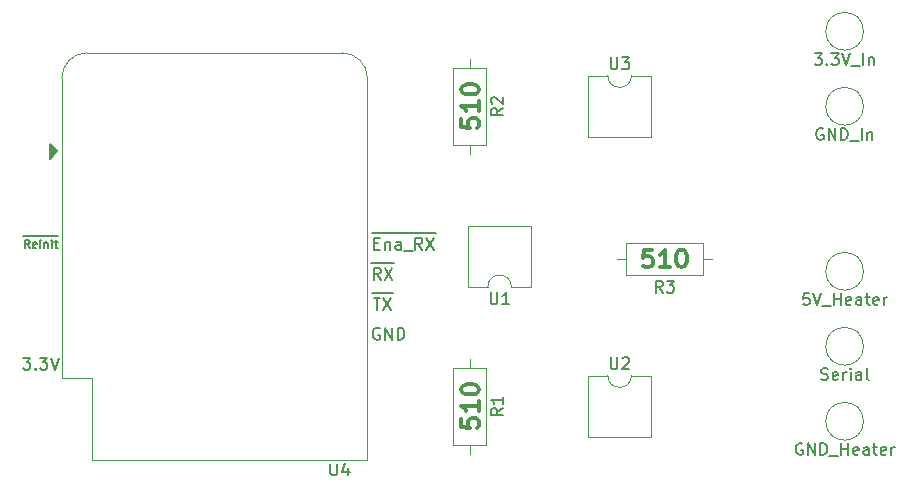
<source format=gbr>
%TF.GenerationSoftware,KiCad,Pcbnew,5.1.10*%
%TF.CreationDate,2021-08-14T17:16:22+02:00*%
%TF.ProjectId,PCB,5043422e-6b69-4636-9164-5f7063625858,1.0*%
%TF.SameCoordinates,Original*%
%TF.FileFunction,Legend,Top*%
%TF.FilePolarity,Positive*%
%FSLAX46Y46*%
G04 Gerber Fmt 4.6, Leading zero omitted, Abs format (unit mm)*
G04 Created by KiCad (PCBNEW 5.1.10) date 2021-08-14 17:16:22*
%MOMM*%
%LPD*%
G01*
G04 APERTURE LIST*
%ADD10C,0.300000*%
%ADD11C,0.175000*%
%ADD12C,0.200000*%
%ADD13C,0.120000*%
%ADD14C,0.150000*%
G04 APERTURE END LIST*
D10*
X99258571Y-103572571D02*
X98544285Y-103572571D01*
X98472857Y-104286857D01*
X98544285Y-104215428D01*
X98687142Y-104144000D01*
X99044285Y-104144000D01*
X99187142Y-104215428D01*
X99258571Y-104286857D01*
X99330000Y-104429714D01*
X99330000Y-104786857D01*
X99258571Y-104929714D01*
X99187142Y-105001142D01*
X99044285Y-105072571D01*
X98687142Y-105072571D01*
X98544285Y-105001142D01*
X98472857Y-104929714D01*
X100758571Y-105072571D02*
X99901428Y-105072571D01*
X100330000Y-105072571D02*
X100330000Y-103572571D01*
X100187142Y-103786857D01*
X100044285Y-103929714D01*
X99901428Y-104001142D01*
X101687142Y-103572571D02*
X101830000Y-103572571D01*
X101972857Y-103644000D01*
X102044285Y-103715428D01*
X102115714Y-103858285D01*
X102187142Y-104144000D01*
X102187142Y-104501142D01*
X102115714Y-104786857D01*
X102044285Y-104929714D01*
X101972857Y-105001142D01*
X101830000Y-105072571D01*
X101687142Y-105072571D01*
X101544285Y-105001142D01*
X101472857Y-104929714D01*
X101401428Y-104786857D01*
X101330000Y-104501142D01*
X101330000Y-104144000D01*
X101401428Y-103858285D01*
X101472857Y-103715428D01*
X101544285Y-103644000D01*
X101687142Y-103572571D01*
X83125571Y-117911428D02*
X83125571Y-118625714D01*
X83839857Y-118697142D01*
X83768428Y-118625714D01*
X83697000Y-118482857D01*
X83697000Y-118125714D01*
X83768428Y-117982857D01*
X83839857Y-117911428D01*
X83982714Y-117840000D01*
X84339857Y-117840000D01*
X84482714Y-117911428D01*
X84554142Y-117982857D01*
X84625571Y-118125714D01*
X84625571Y-118482857D01*
X84554142Y-118625714D01*
X84482714Y-118697142D01*
X84625571Y-116411428D02*
X84625571Y-117268571D01*
X84625571Y-116840000D02*
X83125571Y-116840000D01*
X83339857Y-116982857D01*
X83482714Y-117125714D01*
X83554142Y-117268571D01*
X83125571Y-115482857D02*
X83125571Y-115340000D01*
X83197000Y-115197142D01*
X83268428Y-115125714D01*
X83411285Y-115054285D01*
X83697000Y-114982857D01*
X84054142Y-114982857D01*
X84339857Y-115054285D01*
X84482714Y-115125714D01*
X84554142Y-115197142D01*
X84625571Y-115340000D01*
X84625571Y-115482857D01*
X84554142Y-115625714D01*
X84482714Y-115697142D01*
X84339857Y-115768571D01*
X84054142Y-115840000D01*
X83697000Y-115840000D01*
X83411285Y-115768571D01*
X83268428Y-115697142D01*
X83197000Y-115625714D01*
X83125571Y-115482857D01*
X83125571Y-92511428D02*
X83125571Y-93225714D01*
X83839857Y-93297142D01*
X83768428Y-93225714D01*
X83697000Y-93082857D01*
X83697000Y-92725714D01*
X83768428Y-92582857D01*
X83839857Y-92511428D01*
X83982714Y-92440000D01*
X84339857Y-92440000D01*
X84482714Y-92511428D01*
X84554142Y-92582857D01*
X84625571Y-92725714D01*
X84625571Y-93082857D01*
X84554142Y-93225714D01*
X84482714Y-93297142D01*
X84625571Y-91011428D02*
X84625571Y-91868571D01*
X84625571Y-91440000D02*
X83125571Y-91440000D01*
X83339857Y-91582857D01*
X83482714Y-91725714D01*
X83554142Y-91868571D01*
X83125571Y-90082857D02*
X83125571Y-89940000D01*
X83197000Y-89797142D01*
X83268428Y-89725714D01*
X83411285Y-89654285D01*
X83697000Y-89582857D01*
X84054142Y-89582857D01*
X84339857Y-89654285D01*
X84482714Y-89725714D01*
X84554142Y-89797142D01*
X84625571Y-89940000D01*
X84625571Y-90082857D01*
X84554142Y-90225714D01*
X84482714Y-90297142D01*
X84339857Y-90368571D01*
X84054142Y-90440000D01*
X83697000Y-90440000D01*
X83411285Y-90368571D01*
X83268428Y-90297142D01*
X83197000Y-90225714D01*
X83125571Y-90082857D01*
D11*
X45998000Y-102392500D02*
X46698000Y-102392500D01*
X46564666Y-103440666D02*
X46331333Y-103107333D01*
X46164666Y-103440666D02*
X46164666Y-102740666D01*
X46431333Y-102740666D01*
X46498000Y-102774000D01*
X46531333Y-102807333D01*
X46564666Y-102874000D01*
X46564666Y-102974000D01*
X46531333Y-103040666D01*
X46498000Y-103074000D01*
X46431333Y-103107333D01*
X46164666Y-103107333D01*
X46698000Y-102392500D02*
X47298000Y-102392500D01*
X47131333Y-103407333D02*
X47064666Y-103440666D01*
X46931333Y-103440666D01*
X46864666Y-103407333D01*
X46831333Y-103340666D01*
X46831333Y-103074000D01*
X46864666Y-103007333D01*
X46931333Y-102974000D01*
X47064666Y-102974000D01*
X47131333Y-103007333D01*
X47164666Y-103074000D01*
X47164666Y-103140666D01*
X46831333Y-103207333D01*
X47298000Y-102392500D02*
X47631333Y-102392500D01*
X47464666Y-103440666D02*
X47464666Y-102974000D01*
X47464666Y-102740666D02*
X47431333Y-102774000D01*
X47464666Y-102807333D01*
X47498000Y-102774000D01*
X47464666Y-102740666D01*
X47464666Y-102807333D01*
X47631333Y-102392500D02*
X48264666Y-102392500D01*
X47798000Y-102974000D02*
X47798000Y-103440666D01*
X47798000Y-103040666D02*
X47831333Y-103007333D01*
X47898000Y-102974000D01*
X47998000Y-102974000D01*
X48064666Y-103007333D01*
X48098000Y-103074000D01*
X48098000Y-103440666D01*
X48264666Y-102392500D02*
X48598000Y-102392500D01*
X48431333Y-103440666D02*
X48431333Y-102974000D01*
X48431333Y-102740666D02*
X48398000Y-102774000D01*
X48431333Y-102807333D01*
X48464666Y-102774000D01*
X48431333Y-102740666D01*
X48431333Y-102807333D01*
X48598000Y-102392500D02*
X48998000Y-102392500D01*
X48664666Y-102974000D02*
X48931333Y-102974000D01*
X48764666Y-102740666D02*
X48764666Y-103340666D01*
X48798000Y-103407333D01*
X48864666Y-103440666D01*
X48931333Y-103440666D01*
D12*
X75596857Y-107224000D02*
X76358761Y-107224000D01*
X75692095Y-107656380D02*
X76263523Y-107656380D01*
X75977809Y-108656380D02*
X75977809Y-107656380D01*
X76358761Y-107224000D02*
X77311142Y-107224000D01*
X76501619Y-107656380D02*
X77168285Y-108656380D01*
X77168285Y-107656380D02*
X76501619Y-108656380D01*
X75477809Y-104684000D02*
X76477809Y-104684000D01*
X76287333Y-106116380D02*
X75954000Y-105640190D01*
X75715904Y-106116380D02*
X75715904Y-105116380D01*
X76096857Y-105116380D01*
X76192095Y-105164000D01*
X76239714Y-105211619D01*
X76287333Y-105306857D01*
X76287333Y-105449714D01*
X76239714Y-105544952D01*
X76192095Y-105592571D01*
X76096857Y-105640190D01*
X75715904Y-105640190D01*
X76477809Y-104684000D02*
X77430190Y-104684000D01*
X76620666Y-105116380D02*
X77287333Y-106116380D01*
X77287333Y-105116380D02*
X76620666Y-106116380D01*
X75517714Y-102144000D02*
X76422476Y-102144000D01*
X75755809Y-103052571D02*
X76089142Y-103052571D01*
X76232000Y-103576380D02*
X75755809Y-103576380D01*
X75755809Y-102576380D01*
X76232000Y-102576380D01*
X76422476Y-102144000D02*
X77327238Y-102144000D01*
X76660571Y-102909714D02*
X76660571Y-103576380D01*
X76660571Y-103004952D02*
X76708190Y-102957333D01*
X76803428Y-102909714D01*
X76946285Y-102909714D01*
X77041523Y-102957333D01*
X77089142Y-103052571D01*
X77089142Y-103576380D01*
X77327238Y-102144000D02*
X78232000Y-102144000D01*
X77993904Y-103576380D02*
X77993904Y-103052571D01*
X77946285Y-102957333D01*
X77851047Y-102909714D01*
X77660571Y-102909714D01*
X77565333Y-102957333D01*
X77993904Y-103528761D02*
X77898666Y-103576380D01*
X77660571Y-103576380D01*
X77565333Y-103528761D01*
X77517714Y-103433523D01*
X77517714Y-103338285D01*
X77565333Y-103243047D01*
X77660571Y-103195428D01*
X77898666Y-103195428D01*
X77993904Y-103147809D01*
X78232000Y-102144000D02*
X78993904Y-102144000D01*
X78232000Y-103671619D02*
X78993904Y-103671619D01*
X78993904Y-102144000D02*
X79993904Y-102144000D01*
X79803428Y-103576380D02*
X79470095Y-103100190D01*
X79232000Y-103576380D02*
X79232000Y-102576380D01*
X79612952Y-102576380D01*
X79708190Y-102624000D01*
X79755809Y-102671619D01*
X79803428Y-102766857D01*
X79803428Y-102909714D01*
X79755809Y-103004952D01*
X79708190Y-103052571D01*
X79612952Y-103100190D01*
X79232000Y-103100190D01*
X79993904Y-102144000D02*
X80946285Y-102144000D01*
X80136761Y-102576380D02*
X80803428Y-103576380D01*
X80803428Y-102576380D02*
X80136761Y-103576380D01*
X76200095Y-110244000D02*
X76104857Y-110196380D01*
X75962000Y-110196380D01*
X75819142Y-110244000D01*
X75723904Y-110339238D01*
X75676285Y-110434476D01*
X75628666Y-110624952D01*
X75628666Y-110767809D01*
X75676285Y-110958285D01*
X75723904Y-111053523D01*
X75819142Y-111148761D01*
X75962000Y-111196380D01*
X76057238Y-111196380D01*
X76200095Y-111148761D01*
X76247714Y-111101142D01*
X76247714Y-110767809D01*
X76057238Y-110767809D01*
X76676285Y-111196380D02*
X76676285Y-110196380D01*
X77247714Y-111196380D01*
X77247714Y-110196380D01*
X77723904Y-111196380D02*
X77723904Y-110196380D01*
X77962000Y-110196380D01*
X78104857Y-110244000D01*
X78200095Y-110339238D01*
X78247714Y-110434476D01*
X78295333Y-110624952D01*
X78295333Y-110767809D01*
X78247714Y-110958285D01*
X78200095Y-111053523D01*
X78104857Y-111148761D01*
X77962000Y-111196380D01*
X77723904Y-111196380D01*
X46021809Y-112736380D02*
X46640857Y-112736380D01*
X46307523Y-113117333D01*
X46450380Y-113117333D01*
X46545619Y-113164952D01*
X46593238Y-113212571D01*
X46640857Y-113307809D01*
X46640857Y-113545904D01*
X46593238Y-113641142D01*
X46545619Y-113688761D01*
X46450380Y-113736380D01*
X46164666Y-113736380D01*
X46069428Y-113688761D01*
X46021809Y-113641142D01*
X47069428Y-113641142D02*
X47117047Y-113688761D01*
X47069428Y-113736380D01*
X47021809Y-113688761D01*
X47069428Y-113641142D01*
X47069428Y-113736380D01*
X47450380Y-112736380D02*
X48069428Y-112736380D01*
X47736095Y-113117333D01*
X47878952Y-113117333D01*
X47974190Y-113164952D01*
X48021809Y-113212571D01*
X48069428Y-113307809D01*
X48069428Y-113545904D01*
X48021809Y-113641142D01*
X47974190Y-113688761D01*
X47878952Y-113736380D01*
X47593238Y-113736380D01*
X47498000Y-113688761D01*
X47450380Y-113641142D01*
X48355142Y-112736380D02*
X48688476Y-113736380D01*
X49021809Y-112736380D01*
D13*
%TO.C,GND_In*%
X117170781Y-91440000D02*
G75*
G03*
X117170781Y-91440000I-1600781J0D01*
G01*
%TO.C,5V_Heater*%
X117170781Y-105410000D02*
G75*
G03*
X117170781Y-105410000I-1600781J0D01*
G01*
%TO.C,GND_Heater*%
X117170781Y-118110000D02*
G75*
G03*
X117170781Y-118110000I-1600781J0D01*
G01*
%TO.C,Serial*%
X117170781Y-111760000D02*
G75*
G03*
X117170781Y-111760000I-1600781J0D01*
G01*
%TO.C,3.3V_In*%
X117170781Y-85090000D02*
G75*
G03*
X117170781Y-85090000I-1600781J0D01*
G01*
%TO.C,U4*%
X51840000Y-121370000D02*
X75160000Y-121370000D01*
X49300000Y-114470000D02*
X49300000Y-89040000D01*
X75160000Y-121370000D02*
X75160000Y-89040000D01*
X73040000Y-86910000D02*
X51430000Y-86910000D01*
D14*
G36*
X48260000Y-94615000D02*
G01*
X48260000Y-95885000D01*
X48895000Y-95250000D01*
X48260000Y-94615000D01*
G37*
X48260000Y-94615000D02*
X48260000Y-95885000D01*
X48895000Y-95250000D01*
X48260000Y-94615000D01*
D13*
X49300000Y-114470000D02*
X51840000Y-114470000D01*
X51840000Y-114470000D02*
X51840000Y-121370000D01*
X73030000Y-86910000D02*
G75*
G02*
X75160000Y-89040000I0J-2130000D01*
G01*
X49300000Y-89040000D02*
G75*
G02*
X51430000Y-86910000I2130000J0D01*
G01*
%TO.C,U3*%
X95520000Y-88840000D02*
X93870000Y-88840000D01*
X93870000Y-88840000D02*
X93870000Y-94040000D01*
X93870000Y-94040000D02*
X99170000Y-94040000D01*
X99170000Y-94040000D02*
X99170000Y-88840000D01*
X99170000Y-88840000D02*
X97520000Y-88840000D01*
X97520000Y-88840000D02*
G75*
G02*
X95520000Y-88840000I-1000000J0D01*
G01*
%TO.C,U2*%
X95520000Y-114240000D02*
X93870000Y-114240000D01*
X93870000Y-114240000D02*
X93870000Y-119440000D01*
X93870000Y-119440000D02*
X99170000Y-119440000D01*
X99170000Y-119440000D02*
X99170000Y-114240000D01*
X99170000Y-114240000D02*
X97520000Y-114240000D01*
X97520000Y-114240000D02*
G75*
G02*
X95520000Y-114240000I-1000000J0D01*
G01*
%TO.C,U1*%
X87360000Y-106740000D02*
X89010000Y-106740000D01*
X89010000Y-106740000D02*
X89010000Y-101540000D01*
X89010000Y-101540000D02*
X83710000Y-101540000D01*
X83710000Y-101540000D02*
X83710000Y-106740000D01*
X83710000Y-106740000D02*
X85360000Y-106740000D01*
X85360000Y-106740000D02*
G75*
G02*
X87360000Y-106740000I1000000J0D01*
G01*
%TO.C,R3*%
X103600000Y-105764000D02*
X103600000Y-103024000D01*
X103600000Y-103024000D02*
X97060000Y-103024000D01*
X97060000Y-103024000D02*
X97060000Y-105764000D01*
X97060000Y-105764000D02*
X103600000Y-105764000D01*
X104370000Y-104394000D02*
X103600000Y-104394000D01*
X96290000Y-104394000D02*
X97060000Y-104394000D01*
%TO.C,R2*%
X85190000Y-88170000D02*
X82450000Y-88170000D01*
X82450000Y-88170000D02*
X82450000Y-94710000D01*
X82450000Y-94710000D02*
X85190000Y-94710000D01*
X85190000Y-94710000D02*
X85190000Y-88170000D01*
X83820000Y-87400000D02*
X83820000Y-88170000D01*
X83820000Y-95480000D02*
X83820000Y-94710000D01*
%TO.C,R1*%
X85190000Y-113570000D02*
X82450000Y-113570000D01*
X82450000Y-113570000D02*
X82450000Y-120110000D01*
X82450000Y-120110000D02*
X85190000Y-120110000D01*
X85190000Y-120110000D02*
X85190000Y-113570000D01*
X83820000Y-112800000D02*
X83820000Y-113570000D01*
X83820000Y-120880000D02*
X83820000Y-120110000D01*
%TO.C,GND_In*%
D14*
X113736666Y-93340000D02*
X113641428Y-93292380D01*
X113498571Y-93292380D01*
X113355714Y-93340000D01*
X113260476Y-93435238D01*
X113212857Y-93530476D01*
X113165238Y-93720952D01*
X113165238Y-93863809D01*
X113212857Y-94054285D01*
X113260476Y-94149523D01*
X113355714Y-94244761D01*
X113498571Y-94292380D01*
X113593809Y-94292380D01*
X113736666Y-94244761D01*
X113784285Y-94197142D01*
X113784285Y-93863809D01*
X113593809Y-93863809D01*
X114212857Y-94292380D02*
X114212857Y-93292380D01*
X114784285Y-94292380D01*
X114784285Y-93292380D01*
X115260476Y-94292380D02*
X115260476Y-93292380D01*
X115498571Y-93292380D01*
X115641428Y-93340000D01*
X115736666Y-93435238D01*
X115784285Y-93530476D01*
X115831904Y-93720952D01*
X115831904Y-93863809D01*
X115784285Y-94054285D01*
X115736666Y-94149523D01*
X115641428Y-94244761D01*
X115498571Y-94292380D01*
X115260476Y-94292380D01*
X116022380Y-94387619D02*
X116784285Y-94387619D01*
X117022380Y-94292380D02*
X117022380Y-93292380D01*
X117498571Y-93625714D02*
X117498571Y-94292380D01*
X117498571Y-93720952D02*
X117546190Y-93673333D01*
X117641428Y-93625714D01*
X117784285Y-93625714D01*
X117879523Y-93673333D01*
X117927142Y-93768571D01*
X117927142Y-94292380D01*
%TO.C,5V_Heater*%
X112570000Y-107262380D02*
X112093809Y-107262380D01*
X112046190Y-107738571D01*
X112093809Y-107690952D01*
X112189047Y-107643333D01*
X112427142Y-107643333D01*
X112522380Y-107690952D01*
X112570000Y-107738571D01*
X112617619Y-107833809D01*
X112617619Y-108071904D01*
X112570000Y-108167142D01*
X112522380Y-108214761D01*
X112427142Y-108262380D01*
X112189047Y-108262380D01*
X112093809Y-108214761D01*
X112046190Y-108167142D01*
X112903333Y-107262380D02*
X113236666Y-108262380D01*
X113570000Y-107262380D01*
X113665238Y-108357619D02*
X114427142Y-108357619D01*
X114665238Y-108262380D02*
X114665238Y-107262380D01*
X114665238Y-107738571D02*
X115236666Y-107738571D01*
X115236666Y-108262380D02*
X115236666Y-107262380D01*
X116093809Y-108214761D02*
X115998571Y-108262380D01*
X115808095Y-108262380D01*
X115712857Y-108214761D01*
X115665238Y-108119523D01*
X115665238Y-107738571D01*
X115712857Y-107643333D01*
X115808095Y-107595714D01*
X115998571Y-107595714D01*
X116093809Y-107643333D01*
X116141428Y-107738571D01*
X116141428Y-107833809D01*
X115665238Y-107929047D01*
X116998571Y-108262380D02*
X116998571Y-107738571D01*
X116950952Y-107643333D01*
X116855714Y-107595714D01*
X116665238Y-107595714D01*
X116570000Y-107643333D01*
X116998571Y-108214761D02*
X116903333Y-108262380D01*
X116665238Y-108262380D01*
X116570000Y-108214761D01*
X116522380Y-108119523D01*
X116522380Y-108024285D01*
X116570000Y-107929047D01*
X116665238Y-107881428D01*
X116903333Y-107881428D01*
X116998571Y-107833809D01*
X117331904Y-107595714D02*
X117712857Y-107595714D01*
X117474761Y-107262380D02*
X117474761Y-108119523D01*
X117522380Y-108214761D01*
X117617619Y-108262380D01*
X117712857Y-108262380D01*
X118427142Y-108214761D02*
X118331904Y-108262380D01*
X118141428Y-108262380D01*
X118046190Y-108214761D01*
X117998571Y-108119523D01*
X117998571Y-107738571D01*
X118046190Y-107643333D01*
X118141428Y-107595714D01*
X118331904Y-107595714D01*
X118427142Y-107643333D01*
X118474761Y-107738571D01*
X118474761Y-107833809D01*
X117998571Y-107929047D01*
X118903333Y-108262380D02*
X118903333Y-107595714D01*
X118903333Y-107786190D02*
X118950952Y-107690952D01*
X118998571Y-107643333D01*
X119093809Y-107595714D01*
X119189047Y-107595714D01*
%TO.C,GND_Heater*%
X111998571Y-120010000D02*
X111903333Y-119962380D01*
X111760476Y-119962380D01*
X111617619Y-120010000D01*
X111522380Y-120105238D01*
X111474761Y-120200476D01*
X111427142Y-120390952D01*
X111427142Y-120533809D01*
X111474761Y-120724285D01*
X111522380Y-120819523D01*
X111617619Y-120914761D01*
X111760476Y-120962380D01*
X111855714Y-120962380D01*
X111998571Y-120914761D01*
X112046190Y-120867142D01*
X112046190Y-120533809D01*
X111855714Y-120533809D01*
X112474761Y-120962380D02*
X112474761Y-119962380D01*
X113046190Y-120962380D01*
X113046190Y-119962380D01*
X113522380Y-120962380D02*
X113522380Y-119962380D01*
X113760476Y-119962380D01*
X113903333Y-120010000D01*
X113998571Y-120105238D01*
X114046190Y-120200476D01*
X114093809Y-120390952D01*
X114093809Y-120533809D01*
X114046190Y-120724285D01*
X113998571Y-120819523D01*
X113903333Y-120914761D01*
X113760476Y-120962380D01*
X113522380Y-120962380D01*
X114284285Y-121057619D02*
X115046190Y-121057619D01*
X115284285Y-120962380D02*
X115284285Y-119962380D01*
X115284285Y-120438571D02*
X115855714Y-120438571D01*
X115855714Y-120962380D02*
X115855714Y-119962380D01*
X116712857Y-120914761D02*
X116617619Y-120962380D01*
X116427142Y-120962380D01*
X116331904Y-120914761D01*
X116284285Y-120819523D01*
X116284285Y-120438571D01*
X116331904Y-120343333D01*
X116427142Y-120295714D01*
X116617619Y-120295714D01*
X116712857Y-120343333D01*
X116760476Y-120438571D01*
X116760476Y-120533809D01*
X116284285Y-120629047D01*
X117617619Y-120962380D02*
X117617619Y-120438571D01*
X117570000Y-120343333D01*
X117474761Y-120295714D01*
X117284285Y-120295714D01*
X117189047Y-120343333D01*
X117617619Y-120914761D02*
X117522380Y-120962380D01*
X117284285Y-120962380D01*
X117189047Y-120914761D01*
X117141428Y-120819523D01*
X117141428Y-120724285D01*
X117189047Y-120629047D01*
X117284285Y-120581428D01*
X117522380Y-120581428D01*
X117617619Y-120533809D01*
X117950952Y-120295714D02*
X118331904Y-120295714D01*
X118093809Y-119962380D02*
X118093809Y-120819523D01*
X118141428Y-120914761D01*
X118236666Y-120962380D01*
X118331904Y-120962380D01*
X119046190Y-120914761D02*
X118950952Y-120962380D01*
X118760476Y-120962380D01*
X118665238Y-120914761D01*
X118617619Y-120819523D01*
X118617619Y-120438571D01*
X118665238Y-120343333D01*
X118760476Y-120295714D01*
X118950952Y-120295714D01*
X119046190Y-120343333D01*
X119093809Y-120438571D01*
X119093809Y-120533809D01*
X118617619Y-120629047D01*
X119522380Y-120962380D02*
X119522380Y-120295714D01*
X119522380Y-120486190D02*
X119570000Y-120390952D01*
X119617619Y-120343333D01*
X119712857Y-120295714D01*
X119808095Y-120295714D01*
%TO.C,Serial*%
X113593809Y-114564761D02*
X113736666Y-114612380D01*
X113974761Y-114612380D01*
X114070000Y-114564761D01*
X114117619Y-114517142D01*
X114165238Y-114421904D01*
X114165238Y-114326666D01*
X114117619Y-114231428D01*
X114070000Y-114183809D01*
X113974761Y-114136190D01*
X113784285Y-114088571D01*
X113689047Y-114040952D01*
X113641428Y-113993333D01*
X113593809Y-113898095D01*
X113593809Y-113802857D01*
X113641428Y-113707619D01*
X113689047Y-113660000D01*
X113784285Y-113612380D01*
X114022380Y-113612380D01*
X114165238Y-113660000D01*
X114974761Y-114564761D02*
X114879523Y-114612380D01*
X114689047Y-114612380D01*
X114593809Y-114564761D01*
X114546190Y-114469523D01*
X114546190Y-114088571D01*
X114593809Y-113993333D01*
X114689047Y-113945714D01*
X114879523Y-113945714D01*
X114974761Y-113993333D01*
X115022380Y-114088571D01*
X115022380Y-114183809D01*
X114546190Y-114279047D01*
X115450952Y-114612380D02*
X115450952Y-113945714D01*
X115450952Y-114136190D02*
X115498571Y-114040952D01*
X115546190Y-113993333D01*
X115641428Y-113945714D01*
X115736666Y-113945714D01*
X116070000Y-114612380D02*
X116070000Y-113945714D01*
X116070000Y-113612380D02*
X116022380Y-113660000D01*
X116070000Y-113707619D01*
X116117619Y-113660000D01*
X116070000Y-113612380D01*
X116070000Y-113707619D01*
X116974761Y-114612380D02*
X116974761Y-114088571D01*
X116927142Y-113993333D01*
X116831904Y-113945714D01*
X116641428Y-113945714D01*
X116546190Y-113993333D01*
X116974761Y-114564761D02*
X116879523Y-114612380D01*
X116641428Y-114612380D01*
X116546190Y-114564761D01*
X116498571Y-114469523D01*
X116498571Y-114374285D01*
X116546190Y-114279047D01*
X116641428Y-114231428D01*
X116879523Y-114231428D01*
X116974761Y-114183809D01*
X117593809Y-114612380D02*
X117498571Y-114564761D01*
X117450952Y-114469523D01*
X117450952Y-113612380D01*
%TO.C,3.3V_In*%
X113022380Y-86942380D02*
X113641428Y-86942380D01*
X113308095Y-87323333D01*
X113450952Y-87323333D01*
X113546190Y-87370952D01*
X113593809Y-87418571D01*
X113641428Y-87513809D01*
X113641428Y-87751904D01*
X113593809Y-87847142D01*
X113546190Y-87894761D01*
X113450952Y-87942380D01*
X113165238Y-87942380D01*
X113070000Y-87894761D01*
X113022380Y-87847142D01*
X114070000Y-87847142D02*
X114117619Y-87894761D01*
X114070000Y-87942380D01*
X114022380Y-87894761D01*
X114070000Y-87847142D01*
X114070000Y-87942380D01*
X114450952Y-86942380D02*
X115070000Y-86942380D01*
X114736666Y-87323333D01*
X114879523Y-87323333D01*
X114974761Y-87370952D01*
X115022380Y-87418571D01*
X115070000Y-87513809D01*
X115070000Y-87751904D01*
X115022380Y-87847142D01*
X114974761Y-87894761D01*
X114879523Y-87942380D01*
X114593809Y-87942380D01*
X114498571Y-87894761D01*
X114450952Y-87847142D01*
X115355714Y-86942380D02*
X115689047Y-87942380D01*
X116022380Y-86942380D01*
X116117619Y-88037619D02*
X116879523Y-88037619D01*
X117117619Y-87942380D02*
X117117619Y-86942380D01*
X117593809Y-87275714D02*
X117593809Y-87942380D01*
X117593809Y-87370952D02*
X117641428Y-87323333D01*
X117736666Y-87275714D01*
X117879523Y-87275714D01*
X117974761Y-87323333D01*
X118022380Y-87418571D01*
X118022380Y-87942380D01*
%TO.C,U4*%
X72038095Y-121702380D02*
X72038095Y-122511904D01*
X72085714Y-122607142D01*
X72133333Y-122654761D01*
X72228571Y-122702380D01*
X72419047Y-122702380D01*
X72514285Y-122654761D01*
X72561904Y-122607142D01*
X72609523Y-122511904D01*
X72609523Y-121702380D01*
X73514285Y-122035714D02*
X73514285Y-122702380D01*
X73276190Y-121654761D02*
X73038095Y-122369047D01*
X73657142Y-122369047D01*
%TO.C,U3*%
X95758095Y-87292380D02*
X95758095Y-88101904D01*
X95805714Y-88197142D01*
X95853333Y-88244761D01*
X95948571Y-88292380D01*
X96139047Y-88292380D01*
X96234285Y-88244761D01*
X96281904Y-88197142D01*
X96329523Y-88101904D01*
X96329523Y-87292380D01*
X96710476Y-87292380D02*
X97329523Y-87292380D01*
X96996190Y-87673333D01*
X97139047Y-87673333D01*
X97234285Y-87720952D01*
X97281904Y-87768571D01*
X97329523Y-87863809D01*
X97329523Y-88101904D01*
X97281904Y-88197142D01*
X97234285Y-88244761D01*
X97139047Y-88292380D01*
X96853333Y-88292380D01*
X96758095Y-88244761D01*
X96710476Y-88197142D01*
%TO.C,U2*%
X95758095Y-112692380D02*
X95758095Y-113501904D01*
X95805714Y-113597142D01*
X95853333Y-113644761D01*
X95948571Y-113692380D01*
X96139047Y-113692380D01*
X96234285Y-113644761D01*
X96281904Y-113597142D01*
X96329523Y-113501904D01*
X96329523Y-112692380D01*
X96758095Y-112787619D02*
X96805714Y-112740000D01*
X96900952Y-112692380D01*
X97139047Y-112692380D01*
X97234285Y-112740000D01*
X97281904Y-112787619D01*
X97329523Y-112882857D01*
X97329523Y-112978095D01*
X97281904Y-113120952D01*
X96710476Y-113692380D01*
X97329523Y-113692380D01*
%TO.C,U1*%
X85598095Y-107192380D02*
X85598095Y-108001904D01*
X85645714Y-108097142D01*
X85693333Y-108144761D01*
X85788571Y-108192380D01*
X85979047Y-108192380D01*
X86074285Y-108144761D01*
X86121904Y-108097142D01*
X86169523Y-108001904D01*
X86169523Y-107192380D01*
X87169523Y-108192380D02*
X86598095Y-108192380D01*
X86883809Y-108192380D02*
X86883809Y-107192380D01*
X86788571Y-107335238D01*
X86693333Y-107430476D01*
X86598095Y-107478095D01*
%TO.C,R3*%
X100163333Y-107216380D02*
X99830000Y-106740190D01*
X99591904Y-107216380D02*
X99591904Y-106216380D01*
X99972857Y-106216380D01*
X100068095Y-106264000D01*
X100115714Y-106311619D01*
X100163333Y-106406857D01*
X100163333Y-106549714D01*
X100115714Y-106644952D01*
X100068095Y-106692571D01*
X99972857Y-106740190D01*
X99591904Y-106740190D01*
X100496666Y-106216380D02*
X101115714Y-106216380D01*
X100782380Y-106597333D01*
X100925238Y-106597333D01*
X101020476Y-106644952D01*
X101068095Y-106692571D01*
X101115714Y-106787809D01*
X101115714Y-107025904D01*
X101068095Y-107121142D01*
X101020476Y-107168761D01*
X100925238Y-107216380D01*
X100639523Y-107216380D01*
X100544285Y-107168761D01*
X100496666Y-107121142D01*
%TO.C,R2*%
X86642380Y-91606666D02*
X86166190Y-91940000D01*
X86642380Y-92178095D02*
X85642380Y-92178095D01*
X85642380Y-91797142D01*
X85690000Y-91701904D01*
X85737619Y-91654285D01*
X85832857Y-91606666D01*
X85975714Y-91606666D01*
X86070952Y-91654285D01*
X86118571Y-91701904D01*
X86166190Y-91797142D01*
X86166190Y-92178095D01*
X85737619Y-91225714D02*
X85690000Y-91178095D01*
X85642380Y-91082857D01*
X85642380Y-90844761D01*
X85690000Y-90749523D01*
X85737619Y-90701904D01*
X85832857Y-90654285D01*
X85928095Y-90654285D01*
X86070952Y-90701904D01*
X86642380Y-91273333D01*
X86642380Y-90654285D01*
%TO.C,R1*%
X86642380Y-117006666D02*
X86166190Y-117340000D01*
X86642380Y-117578095D02*
X85642380Y-117578095D01*
X85642380Y-117197142D01*
X85690000Y-117101904D01*
X85737619Y-117054285D01*
X85832857Y-117006666D01*
X85975714Y-117006666D01*
X86070952Y-117054285D01*
X86118571Y-117101904D01*
X86166190Y-117197142D01*
X86166190Y-117578095D01*
X86642380Y-116054285D02*
X86642380Y-116625714D01*
X86642380Y-116340000D02*
X85642380Y-116340000D01*
X85785238Y-116435238D01*
X85880476Y-116530476D01*
X85928095Y-116625714D01*
%TD*%
M02*

</source>
